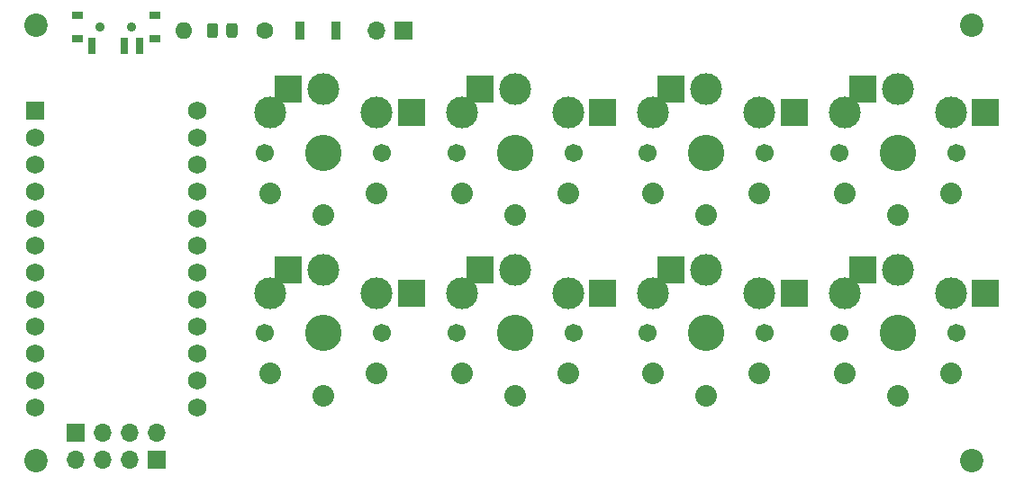
<source format=gbr>
%TF.GenerationSoftware,KiCad,Pcbnew,5.1.8*%
%TF.CreationDate,2021-02-04T11:55:25-06:00*%
%TF.ProjectId,small-paintbrush-hotswap,736d616c-6c2d-4706-9169-6e7462727573,rev?*%
%TF.SameCoordinates,Original*%
%TF.FileFunction,Soldermask,Bot*%
%TF.FilePolarity,Negative*%
%FSLAX46Y46*%
G04 Gerber Fmt 4.6, Leading zero omitted, Abs format (unit mm)*
G04 Created by KiCad (PCBNEW 5.1.8) date 2021-02-04 11:55:25*
%MOMM*%
%LPD*%
G01*
G04 APERTURE LIST*
%ADD10C,1.701800*%
%ADD11C,3.000000*%
%ADD12C,3.429000*%
%ADD13C,2.032000*%
%ADD14R,2.600000X2.600000*%
%ADD15C,1.752600*%
%ADD16R,1.752600X1.752600*%
%ADD17O,1.700000X1.700000*%
%ADD18R,1.700000X1.700000*%
%ADD19O,1.600000X1.600000*%
%ADD20C,1.600000*%
%ADD21C,2.200000*%
%ADD22R,0.900000X1.700000*%
%ADD23C,0.900000*%
%ADD24R,1.000000X0.800000*%
%ADD25R,0.700000X1.500000*%
G04 APERTURE END LIST*
D10*
%TO.C,KEY3*%
X127500000Y-35000000D03*
X138500000Y-35000000D03*
D11*
X128000000Y-31250000D03*
D12*
X133000000Y-35000000D03*
D13*
X138000000Y-38800000D03*
X133000000Y-40900000D03*
D11*
X133000000Y-29050000D03*
X138000000Y-31250000D03*
D14*
X129725000Y-29050000D03*
X141275000Y-31250000D03*
D13*
X128000000Y-38800000D03*
%TD*%
D10*
%TO.C,KEY8*%
X145500000Y-52000000D03*
X156500000Y-52000000D03*
D11*
X146000000Y-48250000D03*
D12*
X151000000Y-52000000D03*
D13*
X156000000Y-55800000D03*
X151000000Y-57900000D03*
D11*
X151000000Y-46050000D03*
X156000000Y-48250000D03*
D14*
X147725000Y-46050000D03*
X159275000Y-48250000D03*
D13*
X146000000Y-55800000D03*
%TD*%
D10*
%TO.C,KEY7*%
X127500000Y-52000000D03*
X138500000Y-52000000D03*
D11*
X128000000Y-48250000D03*
D12*
X133000000Y-52000000D03*
D13*
X138000000Y-55800000D03*
X133000000Y-57900000D03*
D11*
X133000000Y-46050000D03*
X138000000Y-48250000D03*
D14*
X129725000Y-46050000D03*
X141275000Y-48250000D03*
D13*
X128000000Y-55800000D03*
%TD*%
D10*
%TO.C,KEY6*%
X109500000Y-52000000D03*
X120500000Y-52000000D03*
D11*
X110000000Y-48250000D03*
D12*
X115000000Y-52000000D03*
D13*
X120000000Y-55800000D03*
X115000000Y-57900000D03*
D11*
X115000000Y-46050000D03*
X120000000Y-48250000D03*
D14*
X111725000Y-46050000D03*
X123275000Y-48250000D03*
D13*
X110000000Y-55800000D03*
%TD*%
D10*
%TO.C,KEY5*%
X91500000Y-52000000D03*
X102500000Y-52000000D03*
D11*
X92000000Y-48250000D03*
D12*
X97000000Y-52000000D03*
D13*
X102000000Y-55800000D03*
X97000000Y-57900000D03*
D11*
X97000000Y-46050000D03*
X102000000Y-48250000D03*
D14*
X93725000Y-46050000D03*
X105275000Y-48250000D03*
D13*
X92000000Y-55800000D03*
%TD*%
D10*
%TO.C,KEY4*%
X145500000Y-35000000D03*
X156500000Y-35000000D03*
D11*
X146000000Y-31250000D03*
D12*
X151000000Y-35000000D03*
D13*
X156000000Y-38800000D03*
X151000000Y-40900000D03*
D11*
X151000000Y-29050000D03*
X156000000Y-31250000D03*
D14*
X147725000Y-29050000D03*
X159275000Y-31250000D03*
D13*
X146000000Y-38800000D03*
%TD*%
D10*
%TO.C,KEY2*%
X109500000Y-35000000D03*
X120500000Y-35000000D03*
D11*
X110000000Y-31250000D03*
D12*
X115000000Y-35000000D03*
D13*
X120000000Y-38800000D03*
X115000000Y-40900000D03*
D11*
X115000000Y-29050000D03*
X120000000Y-31250000D03*
D14*
X111725000Y-29050000D03*
X123275000Y-31250000D03*
D13*
X110000000Y-38800000D03*
%TD*%
D10*
%TO.C,KEY1*%
X91500000Y-35000000D03*
X102500000Y-35000000D03*
D11*
X92000000Y-31250000D03*
D12*
X97000000Y-35000000D03*
D13*
X102000000Y-38800000D03*
X97000000Y-40900000D03*
D11*
X97000000Y-29050000D03*
X102000000Y-31250000D03*
D14*
X93725000Y-29050000D03*
X105275000Y-31250000D03*
D13*
X92000000Y-38800000D03*
%TD*%
D15*
%TO.C,U1*%
X85120000Y-31030000D03*
X69880000Y-58970000D03*
X85120000Y-33570000D03*
X85120000Y-36110000D03*
X85120000Y-38650000D03*
X85120000Y-41190000D03*
X85120000Y-43730000D03*
X85120000Y-46270000D03*
X85120000Y-48810000D03*
X85120000Y-51350000D03*
X85120000Y-53890000D03*
X85120000Y-56430000D03*
X85120000Y-58970000D03*
X69880000Y-56430000D03*
X69880000Y-53890000D03*
X69880000Y-51350000D03*
X69880000Y-48810000D03*
X69880000Y-46270000D03*
X69880000Y-43730000D03*
X69880000Y-41190000D03*
X69880000Y-38650000D03*
X69880000Y-36110000D03*
X69880000Y-33570000D03*
D16*
X69880000Y-31030000D03*
%TD*%
D17*
%TO.C,J3*%
X81320000Y-61400000D03*
X78780000Y-61400000D03*
X76240000Y-61400000D03*
D18*
X73700000Y-61400000D03*
%TD*%
D17*
%TO.C,J2*%
X73680000Y-63900000D03*
X76220000Y-63900000D03*
X78760000Y-63900000D03*
D18*
X81300000Y-63900000D03*
%TD*%
%TO.C,R3*%
G36*
G01*
X87100000Y-23049999D02*
X87100000Y-23950001D01*
G75*
G02*
X86850001Y-24200000I-249999J0D01*
G01*
X86324999Y-24200000D01*
G75*
G02*
X86075000Y-23950001I0J249999D01*
G01*
X86075000Y-23049999D01*
G75*
G02*
X86324999Y-22800000I249999J0D01*
G01*
X86850001Y-22800000D01*
G75*
G02*
X87100000Y-23049999I0J-249999D01*
G01*
G37*
G36*
G01*
X88925000Y-23049999D02*
X88925000Y-23950001D01*
G75*
G02*
X88675001Y-24200000I-249999J0D01*
G01*
X88149999Y-24200000D01*
G75*
G02*
X87900000Y-23950001I0J249999D01*
G01*
X87900000Y-23049999D01*
G75*
G02*
X88149999Y-22800000I249999J0D01*
G01*
X88675001Y-22800000D01*
G75*
G02*
X88925000Y-23049999I0J-249999D01*
G01*
G37*
%TD*%
D19*
%TO.C,R2*%
X83880000Y-23500000D03*
D20*
X91500000Y-23500000D03*
%TD*%
D21*
%TO.C,REF\u002A\u002A*%
X70000000Y-23000000D03*
%TD*%
%TO.C,REF\u002A\u002A*%
X70000000Y-64000000D03*
%TD*%
%TO.C,REF\u002A\u002A*%
X158000000Y-64000000D03*
%TD*%
%TO.C,REF\u002A\u002A*%
X158000000Y-23000000D03*
%TD*%
D22*
%TO.C,PUSH1*%
X98200000Y-23500000D03*
X94800000Y-23500000D03*
%TD*%
D23*
%TO.C,SW2*%
X76000000Y-23170000D03*
X79000000Y-23170000D03*
%TD*%
D24*
%TO.C,SW1*%
X73850000Y-24280000D03*
X81150000Y-24280000D03*
X81150000Y-22070000D03*
X73850000Y-22070000D03*
D25*
X79750000Y-24930000D03*
X78250000Y-24930000D03*
X75250000Y-24930000D03*
D23*
X79000000Y-23170000D03*
X76000000Y-23170000D03*
%TD*%
D17*
%TO.C,J1*%
X101960000Y-23500000D03*
D18*
X104500000Y-23500000D03*
%TD*%
M02*

</source>
